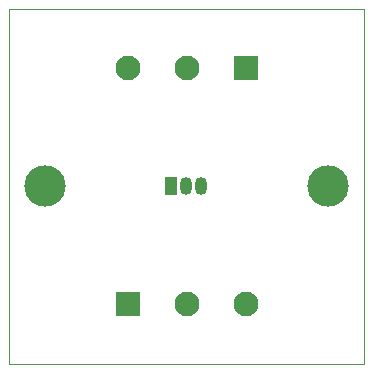
<source format=gbr>
%TF.GenerationSoftware,KiCad,Pcbnew,(6.0.9-0)*%
%TF.CreationDate,2022-11-15T00:11:16+01:00*%
%TF.ProjectId,DS_Straight,44535f53-7472-4616-9967-68742e6b6963,rev?*%
%TF.SameCoordinates,Original*%
%TF.FileFunction,Soldermask,Top*%
%TF.FilePolarity,Negative*%
%FSLAX46Y46*%
G04 Gerber Fmt 4.6, Leading zero omitted, Abs format (unit mm)*
G04 Created by KiCad (PCBNEW (6.0.9-0)) date 2022-11-15 00:11:16*
%MOMM*%
%LPD*%
G01*
G04 APERTURE LIST*
%TA.AperFunction,Profile*%
%ADD10C,0.100000*%
%TD*%
%ADD11C,3.500000*%
%ADD12R,2.100000X2.100000*%
%ADD13C,2.100000*%
%ADD14R,1.050000X1.500000*%
%ADD15O,1.050000X1.500000*%
G04 APERTURE END LIST*
D10*
X89300000Y-75700000D02*
X119300000Y-75700000D01*
X119300000Y-75700000D02*
X119300000Y-105700000D01*
X119300000Y-105700000D02*
X89300000Y-105700000D01*
X89300000Y-105700000D02*
X89300000Y-75700000D01*
D11*
%TO.C,REF\u002A\u002A*%
X116300000Y-90700000D03*
%TD*%
%TO.C,REF\u002A\u002A*%
X92300000Y-90700000D03*
%TD*%
D12*
%TO.C,J2*%
X109300000Y-80700000D03*
D13*
X104300000Y-80700000D03*
X99300000Y-80700000D03*
%TD*%
D14*
%TO.C,U1*%
X103005000Y-90700000D03*
D15*
X104275000Y-90700000D03*
X105545000Y-90700000D03*
%TD*%
D12*
%TO.C,J1*%
X99300000Y-100700000D03*
D13*
X104300000Y-100700000D03*
X109300000Y-100700000D03*
%TD*%
M02*

</source>
